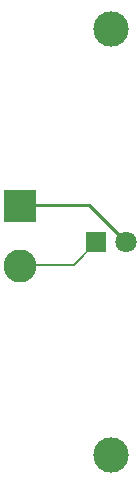
<source format=gtl>
G04 #@! TF.GenerationSoftware,KiCad,Pcbnew,9.0.0*
G04 #@! TF.CreationDate,2025-04-19T11:55:25+01:00*
G04 #@! TF.ProjectId,LED_Connector,4c45445f-436f-46e6-9e65-63746f722e6b,rev?*
G04 #@! TF.SameCoordinates,Original*
G04 #@! TF.FileFunction,Copper,L1,Top*
G04 #@! TF.FilePolarity,Positive*
%FSLAX46Y46*%
G04 Gerber Fmt 4.6, Leading zero omitted, Abs format (unit mm)*
G04 Created by KiCad (PCBNEW 9.0.0) date 2025-04-19 11:55:25*
%MOMM*%
%LPD*%
G01*
G04 APERTURE LIST*
G04 #@! TA.AperFunction,ComponentPad*
%ADD10R,2.800000X2.800000*%
G04 #@! TD*
G04 #@! TA.AperFunction,ComponentPad*
%ADD11C,2.800000*%
G04 #@! TD*
G04 #@! TA.AperFunction,ComponentPad*
%ADD12R,1.800000X1.800000*%
G04 #@! TD*
G04 #@! TA.AperFunction,ComponentPad*
%ADD13C,1.800000*%
G04 #@! TD*
G04 #@! TA.AperFunction,ViaPad*
%ADD14C,3.000000*%
G04 #@! TD*
G04 #@! TA.AperFunction,Conductor*
%ADD15C,0.254000*%
G04 #@! TD*
G04 #@! TA.AperFunction,Conductor*
%ADD16C,0.200000*%
G04 #@! TD*
G04 APERTURE END LIST*
D10*
X139700000Y-96955000D03*
D11*
X139700000Y-102035000D03*
D12*
X146170000Y-100000000D03*
D13*
X148710000Y-100000000D03*
D14*
X147450000Y-81975000D03*
X147450000Y-118000000D03*
D15*
X145535000Y-96825000D02*
X140110000Y-96825000D01*
D16*
X147890000Y-99795000D02*
X148045000Y-99950000D01*
D15*
X148660000Y-99950000D02*
X145535000Y-96825000D01*
D16*
X140110000Y-101905000D02*
X144265000Y-101905000D01*
X144265000Y-101905000D02*
X146170000Y-100000000D01*
D15*
X146145000Y-100025000D02*
X146170000Y-100000000D01*
M02*

</source>
